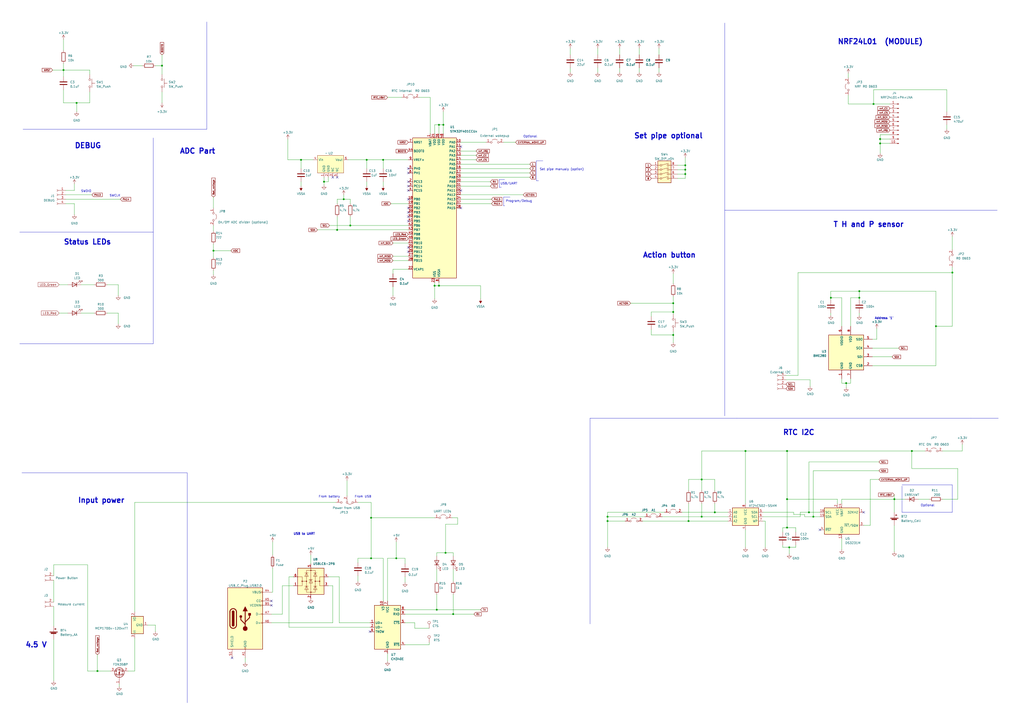
<source format=kicad_sch>
(kicad_sch (version 20230121) (generator eeschema)
  (paper "A2")
  (junction (at 203.2 130.81))
  (junction (at 187.96 105.41))
  (junction (at 195.58 133.35))
  (junction (at 199.39 115.57))
  (junction (at 397.51 100.965))
  (junction (at 414.655 297.18))
  (junction (at 254.635 72.39))
  (junction (at 397.51 95.885))
  (junction (at 456.565 306.07))
  (junction (at 469.265 297.18))
  (junction (at 518.795 289.56))
  (junction (at 174.625 92.71))
  (junction (at 212.725 92.71))
  (junction (at 390.525 180.975))
  (junction (at 93.98 38.1))
  (junction (at 528.955 261.62))
  (junction (at 222.25 92.71))
  (junction (at 456.565 261.62))
  (junction (at 252.095 165.735))
  (junction (at 229.87 323.85))
  (junction (at 123.825 145.415))
  (junction (at 399.415 302.26))
  (junction (at 490.855 222.25))
  (junction (at 457.835 317.5))
  (junction (at 262.89 356.235))
  (junction (at 481.965 172.72))
  (junction (at 352.425 299.72))
  (junction (at 36.83 40.64))
  (junction (at 510.54 80.645))
  (junction (at 456.565 289.56))
  (junction (at 432.435 261.62))
  (junction (at 215.265 323.85))
  (junction (at 510.54 83.185))
  (junction (at 471.805 299.72))
  (junction (at 542.925 189.23))
  (junction (at 397.51 98.425))
  (junction (at 407.035 278.13))
  (junction (at 44.45 59.69))
  (junction (at 257.175 72.39))
  (junction (at 352.425 302.26))
  (junction (at 552.45 158.115))
  (junction (at 407.035 299.72))
  (junction (at 56.515 389.255))
  (junction (at 498.475 168.91))
  (junction (at 498.475 172.72))
  (junction (at 258.445 320.675))
  (junction (at 390.525 194.31))
  (junction (at 390.525 175.895))
  (junction (at 254.635 165.735))
  (junction (at 253.365 353.695))
  (junction (at 215.265 300.355))
  (junction (at 506.73 60.325))
  (no_connect (at 236.855 128.27))
  (no_connect (at 267.335 110.49))
  (no_connect (at 267.335 120.65))
  (no_connect (at 195.58 102.87))
  (no_connect (at 134.62 381.635))
  (no_connect (at 236.855 125.73))
  (no_connect (at 236.855 97.79))
  (no_connect (at 501.015 297.18))
  (no_connect (at 214.63 366.395))
  (no_connect (at 236.855 120.65))
  (no_connect (at 236.855 123.19))
  (no_connect (at 267.335 85.09))
  (no_connect (at 236.855 100.33))
  (no_connect (at 236.855 107.95))
  (no_connect (at 157.48 348.615))
  (no_connect (at 236.855 146.05))
  (no_connect (at 475.615 307.34))
  (no_connect (at 236.855 143.51))
  (no_connect (at 236.855 105.41))
  (no_connect (at 236.855 115.57))
  (no_connect (at 236.855 110.49))
  (no_connect (at 193.04 102.87))
  (no_connect (at 157.48 351.155))
  (wire (pts (xy 464.185 297.18) (xy 469.265 297.18)))
  (wire (pts (xy 195.58 118.11) (xy 195.58 115.57)))
  (wire (pts (xy 461.645 306.07) (xy 461.645 308.61)))
  (polyline (pts (xy 420.37 121.92) (xy 578.485 121.92)))
  (wire (pts (xy 370.84 27.94) (xy 370.84 31.75)))
  (wire (pts (xy 123.825 114.3) (xy 123.825 120.65)))
  (wire (pts (xy 528.955 261.62) (xy 536.575 261.62)))
  (wire (pts (xy 555.625 289.56) (xy 555.625 271.78)))
  (wire (pts (xy 43.18 110.49) (xy 38.1 110.49)))
  (wire (pts (xy 158.115 329.565) (xy 158.115 343.535)))
  (polyline (pts (xy 292.735 104.14) (xy 289.56 104.14)))
  (wire (pts (xy 195.58 133.35) (xy 236.855 133.35)))
  (wire (pts (xy 252.095 165.735) (xy 254.635 165.735)))
  (wire (pts (xy 224.79 383.54) (xy 224.79 379.095)))
  (wire (pts (xy 471.805 299.72) (xy 475.615 299.72)))
  (wire (pts (xy 365.76 175.895) (xy 390.525 175.895)))
  (wire (pts (xy 454.025 306.07) (xy 456.565 306.07)))
  (wire (pts (xy 93.98 53.34) (xy 93.98 59.69)))
  (wire (pts (xy 285.115 118.11) (xy 267.335 118.11)))
  (wire (pts (xy 52.07 53.34) (xy 52.07 59.69)))
  (wire (pts (xy 52.07 59.69) (xy 44.45 59.69)))
  (wire (pts (xy 44.45 59.69) (xy 36.83 59.69)))
  (polyline (pts (xy 88.9 134.62) (xy 88.9 80.01)))
  (wire (pts (xy 390.525 158.75) (xy 390.525 164.465)))
  (wire (pts (xy 262.255 300.355) (xy 265.43 300.355)))
  (wire (pts (xy 276.225 87.63) (xy 267.335 87.63)))
  (wire (pts (xy 54.61 181.61) (xy 46.99 181.61)))
  (wire (pts (xy 552.45 158.115) (xy 552.45 189.23)))
  (polyline (pts (xy 523.24 281.94) (xy 523.24 297.18)))
  (wire (pts (xy 414.655 297.18) (xy 422.275 297.18)))
  (wire (pts (xy 504.825 278.13) (xy 509.905 278.13)))
  (wire (pts (xy 262.89 356.235) (xy 274.955 356.235)))
  (wire (pts (xy 93.98 38.1) (xy 93.98 43.18)))
  (wire (pts (xy 506.095 201.93) (xy 521.335 201.93)))
  (wire (pts (xy 240.665 364.49) (xy 248.92 364.49)))
  (wire (pts (xy 262.89 344.805) (xy 262.89 356.235)))
  (polyline (pts (xy 292.1 119.38) (xy 292.735 119.38)))
  (wire (pts (xy 549.275 74.93) (xy 549.275 72.39)))
  (wire (pts (xy 215.265 291.465) (xy 207.645 291.465)))
  (wire (pts (xy 227.965 151.13) (xy 236.855 151.13)))
  (wire (pts (xy 432.435 261.62) (xy 432.435 292.1)))
  (polyline (pts (xy 427.355 242.57) (xy 563.245 242.57)))
  (wire (pts (xy 195.58 115.57) (xy 199.39 115.57)))
  (wire (pts (xy 352.425 299.72) (xy 374.015 299.72)))
  (wire (pts (xy 552.45 154.94) (xy 552.45 158.115)))
  (wire (pts (xy 506.095 196.85) (xy 508.635 196.85)))
  (wire (pts (xy 36.83 59.69) (xy 36.83 52.07)))
  (polyline (pts (xy 11.43 199.39) (xy 88.9 199.39)))
  (wire (pts (xy 167.64 363.855) (xy 214.63 363.855)))
  (wire (pts (xy 123.825 145.415) (xy 123.825 141.605)))
  (wire (pts (xy 56.515 389.255) (xy 64.135 389.255)))
  (wire (pts (xy 163.83 356.235) (xy 163.83 339.725)))
  (wire (pts (xy 488.315 172.72) (xy 488.315 189.23)))
  (wire (pts (xy 307.34 100.33) (xy 267.335 100.33)))
  (polyline (pts (xy 292.1 114.3) (xy 292.1 119.38)))
  (wire (pts (xy 346.71 41.91) (xy 346.71 39.37)))
  (wire (pts (xy 510.54 80.645) (xy 510.54 83.185)))
  (wire (pts (xy 393.065 103.505) (xy 397.51 103.505)))
  (wire (pts (xy 498.475 168.91) (xy 498.475 172.72)))
  (wire (pts (xy 167.005 80.645) (xy 167.005 92.71)))
  (wire (pts (xy 397.51 95.885) (xy 397.51 91.44)))
  (wire (pts (xy 471.805 273.05) (xy 509.905 273.05)))
  (wire (pts (xy 442.595 299.72) (xy 464.185 299.72)))
  (wire (pts (xy 222.25 97.79) (xy 222.25 92.71)))
  (wire (pts (xy 68.58 181.61) (xy 68.58 187.96)))
  (wire (pts (xy 224.79 348.615) (xy 224.79 323.85)))
  (wire (pts (xy 253.365 322.58) (xy 253.365 320.675)))
  (wire (pts (xy 510.54 83.185) (xy 516.255 83.185)))
  (wire (pts (xy 390.525 180.975) (xy 390.525 182.245)))
  (wire (pts (xy 38.1 113.03) (xy 53.34 113.03)))
  (wire (pts (xy 397.51 98.425) (xy 397.51 100.965)))
  (wire (pts (xy 307.34 95.25) (xy 267.335 95.25)))
  (wire (pts (xy 227.965 156.21) (xy 227.965 158.75)))
  (wire (pts (xy 31.115 327.66) (xy 50.8 327.66)))
  (polyline (pts (xy 552.45 297.18) (xy 552.45 281.305)))
  (polyline (pts (xy 108.585 407.67) (xy 108.585 274.32)))
  (wire (pts (xy 518.795 289.56) (xy 518.795 297.18)))
  (wire (pts (xy 227.965 171.45) (xy 227.965 166.37)))
  (wire (pts (xy 407.035 278.13) (xy 407.035 284.48)))
  (wire (pts (xy 227.965 140.97) (xy 236.855 140.97)))
  (wire (pts (xy 330.835 41.91) (xy 330.835 39.37)))
  (wire (pts (xy 191.135 130.81) (xy 203.2 130.81)))
  (wire (pts (xy 542.925 168.91) (xy 542.925 189.23)))
  (polyline (pts (xy 12.7 274.32) (xy 108.585 274.32)))
  (wire (pts (xy 224.79 323.85) (xy 229.87 323.85)))
  (wire (pts (xy 254.635 72.39) (xy 257.175 72.39)))
  (wire (pts (xy 469.265 297.18) (xy 475.615 297.18)))
  (wire (pts (xy 262.89 320.675) (xy 262.89 322.58)))
  (wire (pts (xy 498.475 173.99) (xy 498.475 172.72)))
  (wire (pts (xy 292.1 82.55) (xy 299.085 82.55)))
  (wire (pts (xy 187.96 102.87) (xy 187.96 105.41)))
  (wire (pts (xy 252.095 163.83) (xy 252.095 165.735)))
  (wire (pts (xy 399.415 302.26) (xy 422.275 302.26)))
  (wire (pts (xy 50.8 389.255) (xy 56.515 389.255)))
  (wire (pts (xy 234.95 374.015) (xy 248.92 374.015)))
  (wire (pts (xy 36.83 40.64) (xy 36.83 44.45)))
  (wire (pts (xy 508.635 196.85) (xy 508.635 190.5)))
  (wire (pts (xy 488.315 222.25) (xy 490.855 222.25)))
  (wire (pts (xy 469.265 297.18) (xy 469.265 267.97)))
  (wire (pts (xy 454.025 317.5) (xy 454.025 316.23)))
  (polyline (pts (xy 13.335 74.93) (xy 120.015 74.93)))
  (wire (pts (xy 78.105 291.465) (xy 194.945 291.465)))
  (wire (pts (xy 215.265 291.465) (xy 215.265 300.355)))
  (wire (pts (xy 528.955 271.78) (xy 528.955 261.62)))
  (wire (pts (xy 397.51 100.965) (xy 393.065 100.965)))
  (wire (pts (xy 196.85 361.315) (xy 214.63 361.315)))
  (wire (pts (xy 460.375 297.18) (xy 460.375 298.45)))
  (wire (pts (xy 466.725 298.45) (xy 466.725 299.72)))
  (wire (pts (xy 240.665 361.315) (xy 240.665 364.49)))
  (wire (pts (xy 187.96 105.41) (xy 187.96 107.315)))
  (wire (pts (xy 227.965 148.59) (xy 236.855 148.59)))
  (wire (pts (xy 359.41 27.94) (xy 359.41 31.75)))
  (wire (pts (xy 407.035 278.13) (xy 414.655 278.13)))
  (wire (pts (xy 466.725 299.72) (xy 471.805 299.72)))
  (wire (pts (xy 549.275 52.07) (xy 506.73 52.07)))
  (wire (pts (xy 90.17 38.1) (xy 93.98 38.1)))
  (wire (pts (xy 471.805 299.72) (xy 471.805 273.05)))
  (wire (pts (xy 510.54 78.105) (xy 510.54 80.645)))
  (wire (pts (xy 78.105 291.465) (xy 78.105 354.965)))
  (wire (pts (xy 174.625 92.71) (xy 181.61 92.71)))
  (wire (pts (xy 252.095 77.47) (xy 252.095 72.39)))
  (polyline (pts (xy 311.15 93.345) (xy 311.15 104.775)))
  (wire (pts (xy 54.61 165.1) (xy 46.99 165.1)))
  (wire (pts (xy 492.125 60.325) (xy 492.125 55.245)))
  (wire (pts (xy 36.83 22.86) (xy 36.83 29.21)))
  (wire (pts (xy 31.115 327.66) (xy 31.115 334.01)))
  (wire (pts (xy 142.24 381.635) (xy 142.24 384.175)))
  (wire (pts (xy 234.95 327.025) (xy 234.95 323.85)))
  (wire (pts (xy 555.625 271.78) (xy 528.955 271.78)))
  (polyline (pts (xy 420.37 13.335) (xy 420.37 241.3)))
  (wire (pts (xy 276.225 92.71) (xy 267.335 92.71)))
  (wire (pts (xy 262.89 330.2) (xy 262.89 337.185)))
  (polyline (pts (xy 314.96 93.345) (xy 311.15 93.345)))
  (wire (pts (xy 493.395 222.25) (xy 493.395 219.71)))
  (wire (pts (xy 393.065 98.425) (xy 397.51 98.425)))
  (wire (pts (xy 38.1 115.57) (xy 69.85 115.57)))
  (wire (pts (xy 34.29 165.1) (xy 39.37 165.1)))
  (wire (pts (xy 234.95 356.235) (xy 262.89 356.235)))
  (wire (pts (xy 407.035 299.72) (xy 422.275 299.72)))
  (polyline (pts (xy 289.56 108.585) (xy 290.83 108.585)))
  (wire (pts (xy 384.175 299.72) (xy 407.035 299.72)))
  (wire (pts (xy 69.215 396.875) (xy 69.215 398.145)))
  (wire (pts (xy 546.735 261.62) (xy 558.165 261.62)))
  (wire (pts (xy 456.565 261.62) (xy 456.565 289.56)))
  (wire (pts (xy 74.295 389.255) (xy 78.105 389.255)))
  (wire (pts (xy 442.595 297.18) (xy 460.375 297.18)))
  (wire (pts (xy 190.5 102.87) (xy 190.5 105.41)))
  (wire (pts (xy 488.315 318.77) (xy 488.315 312.42)))
  (wire (pts (xy 481.965 172.72) (xy 488.315 172.72)))
  (wire (pts (xy 203.2 130.81) (xy 236.855 130.81)))
  (wire (pts (xy 226.695 118.11) (xy 236.855 118.11)))
  (wire (pts (xy 36.83 40.64) (xy 30.48 40.64)))
  (wire (pts (xy 158.115 321.945) (xy 158.115 314.325)))
  (wire (pts (xy 485.775 289.56) (xy 456.565 289.56)))
  (polyline (pts (xy 427.355 242.57) (xy 342.265 242.57)))
  (wire (pts (xy 36.83 36.83) (xy 36.83 40.64)))
  (wire (pts (xy 123.825 159.385) (xy 123.825 156.845)))
  (wire (pts (xy 38.1 118.11) (xy 43.18 118.11)))
  (wire (pts (xy 234.95 353.695) (xy 253.365 353.695)))
  (wire (pts (xy 352.425 302.26) (xy 352.425 317.5)))
  (wire (pts (xy 307.34 97.79) (xy 267.335 97.79)))
  (wire (pts (xy 382.27 27.94) (xy 382.27 31.75)))
  (wire (pts (xy 493.395 189.23) (xy 493.395 172.72)))
  (wire (pts (xy 393.065 95.885) (xy 397.51 95.885)))
  (wire (pts (xy 510.54 80.645) (xy 516.255 80.645)))
  (wire (pts (xy 43.18 106.68) (xy 43.18 110.49)))
  (wire (pts (xy 443.865 302.26) (xy 443.865 317.5)))
  (wire (pts (xy 174.625 107.95) (xy 174.625 105.41)))
  (wire (pts (xy 196.85 334.645) (xy 196.85 361.315)))
  (wire (pts (xy 370.84 41.91) (xy 370.84 39.37)))
  (wire (pts (xy 93.98 31.75) (xy 93.98 38.1)))
  (wire (pts (xy 157.48 361.315) (xy 193.04 361.315)))
  (wire (pts (xy 516.255 60.325) (xy 506.73 60.325)))
  (wire (pts (xy 307.34 102.87) (xy 267.335 102.87)))
  (wire (pts (xy 253.365 353.695) (xy 278.765 353.695)))
  (wire (pts (xy 77.47 38.1) (xy 82.55 38.1)))
  (wire (pts (xy 253.365 330.2) (xy 253.365 337.185)))
  (wire (pts (xy 285.115 115.57) (xy 267.335 115.57)))
  (wire (pts (xy 518.795 304.8) (xy 518.795 320.04)))
  (wire (pts (xy 456.565 306.07) (xy 461.645 306.07)))
  (wire (pts (xy 229.87 314.325) (xy 229.87 323.85)))
  (wire (pts (xy 265.43 300.355) (xy 265.43 304.165)))
  (wire (pts (xy 199.39 115.57) (xy 203.2 115.57)))
  (wire (pts (xy 52.07 40.64) (xy 52.07 43.18)))
  (wire (pts (xy 462.915 158.115) (xy 552.45 158.115)))
  (wire (pts (xy 44.45 59.69) (xy 44.45 64.77)))
  (wire (pts (xy 414.655 292.1) (xy 414.655 297.18)))
  (wire (pts (xy 234.95 334.645) (xy 234.95 337.82)))
  (wire (pts (xy 493.395 172.72) (xy 498.475 172.72)))
  (polyline (pts (xy 311.15 104.775) (xy 312.42 104.775)))
  (wire (pts (xy 68.58 165.1) (xy 68.58 171.45)))
  (wire (pts (xy 229.87 323.85) (xy 234.95 323.85)))
  (wire (pts (xy 253.365 344.805) (xy 253.365 353.695)))
  (wire (pts (xy 346.71 27.94) (xy 346.71 31.75)))
  (wire (pts (xy 267.335 82.55) (xy 281.94 82.55)))
  (wire (pts (xy 390.525 175.895) (xy 390.525 180.975)))
  (wire (pts (xy 276.225 90.17) (xy 267.335 90.17)))
  (wire (pts (xy 62.23 165.1) (xy 68.58 165.1)))
  (wire (pts (xy 485.775 289.56) (xy 485.775 292.1)))
  (wire (pts (xy 390.525 194.31) (xy 390.525 198.755)))
  (wire (pts (xy 207.645 334.01) (xy 207.645 337.185)))
  (wire (pts (xy 549.275 52.07) (xy 549.275 64.77)))
  (wire (pts (xy 506.73 60.325) (xy 492.125 60.325)))
  (wire (pts (xy 284.48 107.95) (xy 267.335 107.95)))
  (wire (pts (xy 252.095 165.735) (xy 252.095 173.355)))
  (wire (pts (xy 461.645 316.23) (xy 461.645 317.5)))
  (wire (pts (xy 163.83 339.725) (xy 170.18 339.725)))
  (wire (pts (xy 397.51 95.885) (xy 397.51 98.425)))
  (wire (pts (xy 352.425 297.18) (xy 352.425 299.72)))
  (polyline (pts (xy 11.43 134.62) (xy 88.9 134.62)))
  (wire (pts (xy 85.725 362.585) (xy 90.17 362.585)))
  (wire (pts (xy 377.825 194.31) (xy 390.525 194.31)))
  (wire (pts (xy 454.025 308.61) (xy 454.025 306.07)))
  (polyline (pts (xy 563.245 242.57) (xy 579.12 242.57)))
  (wire (pts (xy 542.925 189.23) (xy 552.45 189.23)))
  (wire (pts (xy 215.265 300.355) (xy 252.095 300.355)))
  (wire (pts (xy 224.79 56.515) (xy 233.045 56.515)))
  (wire (pts (xy 222.25 323.85) (xy 222.25 348.615)))
  (wire (pts (xy 90.17 362.585) (xy 90.17 366.395)))
  (wire (pts (xy 212.725 107.95) (xy 212.725 105.41)))
  (wire (pts (xy 215.265 300.355) (xy 215.265 323.85)))
  (wire (pts (xy 34.29 181.61) (xy 39.37 181.61)))
  (wire (pts (xy 254.635 77.47) (xy 254.635 72.39)))
  (wire (pts (xy 506.73 52.07) (xy 506.73 60.325)))
  (wire (pts (xy 504.825 304.8) (xy 504.825 278.13)))
  (wire (pts (xy 395.605 297.18) (xy 414.655 297.18)))
  (wire (pts (xy 377.825 191.135) (xy 377.825 194.31)))
  (wire (pts (xy 407.035 292.1) (xy 407.035 299.72)))
  (wire (pts (xy 518.795 287.02) (xy 518.795 289.56)))
  (wire (pts (xy 456.565 261.62) (xy 528.955 261.62)))
  (wire (pts (xy 542.925 189.23) (xy 542.925 212.09)))
  (wire (pts (xy 167.005 92.71) (xy 174.625 92.71)))
  (wire (pts (xy 212.725 92.71) (xy 222.25 92.71)))
  (wire (pts (xy 123.825 149.225) (xy 123.825 145.415)))
  (wire (pts (xy 414.655 278.13) (xy 414.655 284.48)))
  (wire (pts (xy 506.095 212.09) (xy 542.925 212.09)))
  (wire (pts (xy 492.125 42.545) (xy 492.125 45.085)))
  (wire (pts (xy 518.795 289.56) (xy 525.145 289.56)))
  (wire (pts (xy 464.185 299.72) (xy 464.185 297.18)))
  (wire (pts (xy 390.525 192.405) (xy 390.525 194.31)))
  (wire (pts (xy 254.635 163.83) (xy 254.635 165.735)))
  (wire (pts (xy 222.25 92.71) (xy 236.855 92.71)))
  (wire (pts (xy 201.295 278.765) (xy 201.295 287.655)))
  (wire (pts (xy 249.555 56.515) (xy 249.555 77.47)))
  (wire (pts (xy 212.725 97.79) (xy 212.725 92.71)))
  (wire (pts (xy 372.745 302.26) (xy 399.415 302.26)))
  (wire (pts (xy 193.04 361.315) (xy 193.04 339.725)))
  (wire (pts (xy 174.625 97.79) (xy 174.625 92.71)))
  (wire (pts (xy 190.5 334.645) (xy 196.85 334.645)))
  (wire (pts (xy 481.965 172.72) (xy 481.965 173.99)))
  (wire (pts (xy 532.765 289.56) (xy 539.115 289.56)))
  (wire (pts (xy 167.64 334.645) (xy 167.64 363.855)))
  (wire (pts (xy 377.825 180.975) (xy 390.525 180.975)))
  (wire (pts (xy 461.645 317.5) (xy 457.835 317.5)))
  (wire (pts (xy 278.765 165.735) (xy 278.765 173.355)))
  (wire (pts (xy 31.115 370.84) (xy 31.115 394.97)))
  (wire (pts (xy 385.445 297.18) (xy 352.425 297.18)))
  (wire (pts (xy 510.54 83.185) (xy 510.54 88.9)))
  (wire (pts (xy 31.115 336.55) (xy 31.115 349.25)))
  (polyline (pts (xy 120.015 12.7) (xy 120.015 74.93)))
  (wire (pts (xy 498.475 168.91) (xy 542.925 168.91)))
  (wire (pts (xy 352.425 299.72) (xy 352.425 302.26)))
  (wire (pts (xy 207.645 326.39) (xy 207.645 323.85)))
  (wire (pts (xy 457.835 317.5) (xy 454.025 317.5)))
  (wire (pts (xy 442.595 302.26) (xy 443.865 302.26)))
  (wire (pts (xy 50.8 327.66) (xy 50.8 389.255)))
  (wire (pts (xy 488.315 289.56) (xy 488.315 292.1)))
  (wire (pts (xy 62.23 181.61) (xy 68.58 181.61)))
  (wire (pts (xy 498.475 181.61) (xy 498.475 182.88)))
  (wire (pts (xy 455.93 217.805) (xy 462.915 217.805)))
  (wire (pts (xy 462.915 158.115) (xy 462.915 217.805)))
  (wire (pts (xy 488.315 289.56) (xy 518.795 289.56)))
  (wire (pts (xy 207.645 323.85) (xy 215.265 323.85)))
  (wire (pts (xy 407.035 261.62) (xy 432.435 261.62)))
  (polyline (pts (xy 289.56 104.14) (xy 289.56 108.585)))
  (wire (pts (xy 330.835 27.94) (xy 330.835 31.75)))
  (wire (pts (xy 284.48 105.41) (xy 267.335 105.41)))
  (wire (pts (xy 199.39 113.03) (xy 199.39 115.57)))
  (wire (pts (xy 303.53 113.03) (xy 267.335 113.03)))
  (wire (pts (xy 432.435 317.5) (xy 432.435 307.34)))
  (wire (pts (xy 195.58 125.73) (xy 195.58 133.35)))
  (wire (pts (xy 399.415 292.1) (xy 399.415 302.26)))
  (wire (pts (xy 201.93 92.71) (xy 212.725 92.71)))
  (wire (pts (xy 253.365 320.675) (xy 258.445 320.675)))
  (wire (pts (xy 469.9 220.345) (xy 469.9 224.155)))
  (polyline (pts (xy 88.9 134.62) (xy 88.9 199.39)))
  (wire (pts (xy 457.835 321.31) (xy 457.835 317.5)))
  (wire (pts (xy 399.415 284.48) (xy 399.415 278.13)))
  (wire (pts (xy 432.435 261.62) (xy 456.565 261.62)))
  (wire (pts (xy 36.83 40.64) (xy 52.07 40.64)))
  (wire (pts (xy 222.25 107.95) (xy 222.25 105.41)))
  (wire (pts (xy 193.04 339.725) (xy 190.5 339.725)))
  (polyline (pts (xy 523.24 297.18) (xy 552.45 297.18)))
  (wire (pts (xy 359.41 41.91) (xy 359.41 39.37)))
  (wire (pts (xy 43.18 118.11) (xy 43.18 124.46)))
  (wire (pts (xy 558.165 261.62) (xy 558.165 257.81)))
  (wire (pts (xy 506.095 207.01) (xy 517.525 207.01)))
  (wire (pts (xy 190.5 105.41) (xy 187.96 105.41)))
  (wire (pts (xy 481.965 168.91) (xy 481.965 172.72)))
  (wire (pts (xy 157.48 356.235) (xy 163.83 356.235)))
  (wire (pts (xy 481.965 168.91) (xy 498.475 168.91)))
  (wire (pts (xy 184.15 133.35) (xy 195.58 133.35)))
  (wire (pts (xy 215.265 323.85) (xy 222.25 323.85)))
  (wire (pts (xy 133.985 145.415) (xy 123.825 145.415)))
  (wire (pts (xy 31.115 351.79) (xy 31.115 363.22)))
  (wire (pts (xy 203.2 125.73) (xy 203.2 130.81)))
  (wire (pts (xy 252.095 72.39) (xy 254.635 72.39)))
  (wire (pts (xy 352.425 302.26) (xy 362.585 302.26)))
  (wire (pts (xy 377.825 183.515) (xy 377.825 180.975)))
  (wire (pts (xy 123.825 130.81) (xy 123.825 133.985)))
  (wire (pts (xy 258.445 304.165) (xy 258.445 320.675)))
  (wire (pts (xy 78.105 370.205) (xy 78.105 389.255)))
  (polyline (pts (xy 523.24 281.305) (xy 552.45 281.305)))
  (polyline (pts (xy 342.265 242.57) (xy 342.265 361.95)))
  (wire (pts (xy 469.265 267.97) (xy 509.905 267.97)))
  (wire (pts (xy 382.27 41.91) (xy 382.27 39.37)))
  (wire (pts (xy 552.45 137.16) (xy 552.45 144.78)))
  (wire (pts (xy 397.51 103.505) (xy 397.51 100.965)))
  (wire (pts (xy 455.93 220.345) (xy 469.9 220.345)))
  (wire (pts (xy 490.855 222.25) (xy 490.855 224.79)))
  (wire (pts (xy 248.92 372.745) (xy 248.92 374.015)))
  (wire (pts (xy 170.18 334.645) (xy 167.64 334.645)))
  (wire (pts (xy 258.445 320.675) (xy 262.89 320.675)))
  (wire (pts (xy 456.565 289.56) (xy 456.565 306.07)))
  (wire (pts (xy 481.965 181.61) (xy 481.965 182.88)))
  (wire (pts (xy 203.2 115.57) (xy 203.2 118.11)))
  (wire (pts (xy 490.855 222.25) (xy 493.395 222.25)))
  (wire (pts (xy 399.415 278.13) (xy 407.035 278.13)))
  (wire (pts (xy 390.525 172.085) (xy 390.525 175.895)))
  (wire (pts (xy 243.205 56.515) (xy 249.555 56.515)))
  (wire (pts (xy 254.635 165.735) (xy 278.765 165.735)))
  (wire (pts (xy 258.445 304.165) (xy 265.43 304.165)))
  (wire (pts (xy 257.175 72.39) (xy 257.175 77.47)))
  (wire (pts (xy 501.015 304.8) (xy 504.825 304.8)))
  (wire (pts (xy 236.855 156.21) (xy 227.965 156.21)))
  (wire (pts (xy 234.95 361.315) (xy 240.665 361.315)))
  (wire (pts (xy 488.315 219.71) (xy 488.315 222.25)))
  (polyline (pts (xy 292.1 114.3) (xy 295.91 114.3)))
  (wire (pts (xy 546.735 289.56) (xy 555.625 289.56)))
  (wire (pts (xy 257.175 64.77) (xy 257.175 72.39)))
  (wire (pts (xy 516.255 78.105) (xy 510.54 78.105)))
  (wire (pts (xy 180.34 321.945) (xy 180.34 327.025)))
  (wire (pts (xy 158.115 343.535) (xy 157.48 343.535)))
  (wire (pts (xy 56.515 389.255) (xy 56.515 379.73)))
  (wire (pts (xy 407.035 261.62) (xy 407.035 278.13)))
  (wire (pts (xy 466.725 298.45) (xy 460.375 298.45)))
  (text "ПЕРЕВІРИТИ ПОЛЯРНІСТЬ ПІНІВ БАТЕРЕЙКИ" (at -191.77 176.53 0) (effects (font (size 3 3) bold) (justify left bottom)))
  (text "Set pipe manualy (option)" (at 313.055 99.06 0) (effects (font (size 1.27 1.27)) (justify left bottom)))
  (text "SWDIO" (at 46.99 111.76 0) (effects (font (size 1.27 1.27)) (justify left bottom)))
  (text "NRF24L01  (MODULE)" (at 485.775 26.035 0) (effects (font (size 3 3) bold) (justify left bottom)))
  (text "4.5 V" (at 14.605 375.92 0) (effects (font (size 3 3) bold) (justify left bottom)))
  (text "T H and P sensor" (at 483.235 132.08 0) (effects (font (size 3 3) bold) (justify left bottom)))
  (text "ADC Part" (at 104.14 89.535 0) (effects (font (size 3 3) bold) (justify left bottom)))
  (text "Status LEDs" (at 36.83 142.24 0) (effects (font (size 3 3) bold) (justify left bottom)))
  (text "Address '1'" (at 507.365 185.42 0) (effects (font (size 1.27 1.27) bold) (justify left bottom)))
  (text "ADC Має бути нормально виключеним ключлм" (at -191.77 166.37 0) (effects (font (size 3 3) bold) (justify left bottom)))
  (text "Додати вимикач на всі модулі для економії (опціонально)" (at -192.405 157.48 0) (effects (font (size 3 3) bold) (justify left bottom)))
  (text "USB to UART" (at 170.18 310.515 0) (effects (font (size 1.27 1.27) (thickness 0.254) bold) (justify left bottom)))
  (text "https://arduino.ua/ru/prod3649-nrf24l01palna-wireless-transceiver-communication-module" (at 228.6 -3.81 0) (effects (font (size 1.778 1.778) bold) (justify left bottom)))
  (text "From USB" (at 205.74 288.925 0) (effects (font (size 1.27 1.27)) (justify left bottom)))
  (text "From battery" (at 184.785 288.925 0) (effects (font (size 1.27 1.27)) (justify left bottom)))
  (text "Провірити всі піни" (at -187.96 189.23 0) (effects (font (size 3 3) bold) (justify left bottom)))
  (text "USB/UART" (at 290.195 107.315 0) (effects (font (size 1.27 1.27)) (justify left bottom)))
  (text "Input power" (at 45.085 292.1 0) (effects (font (size 3 3) bold) (justify left bottom)))
  (text "RTC I2C" (at 454.025 252.73 0) (effects (font (size 3 3) bold) (justify left bottom)))
  (text "DEBUG" (at 43.18 86.36 0) (effects (font (size 3 3) bold) (justify left bottom)))
  (text "Program/Debug" (at 293.37 117.475 0) (effects (font (size 1.27 1.27)) (justify left bottom)))
  (text "Set pipe optional" (at 367.665 80.645 0) (effects (font (size 3 3) bold) (justify left bottom)))
  (text "SWCLK" (at 63.5 114.3 0) (effects (font (size 1.27 1.27)) (justify left bottom)))
  (text "Optional" (at 303.53 80.01 0) (effects (font (size 1.27 1.27)) (justify left bottom)))
  (text "Action button" (at 372.745 149.86 0) (effects (font (size 3 3) bold) (justify left bottom)))
  (text "Optional" (at 534.035 294.005 0) (effects (font (size 1.27 1.27)) (justify left bottom)))
  (global_label "NRST" (shape input) (at 236.855 82.55 180) (effects (font (size 1.016 1.016) (thickness 0.2032) bold)) (property "Intersheetrefs" "${INTERSHEET_REFS}" (effects hide)))
  (global_label "nrf_MISO" (shape input) (at 516.255 73.025 180) (effects (font (size 1.016 1.016) (thickness 0.2032) bold)) (property "Intersheetrefs" "${INTERSHEET_REFS}" (effects hide)))
  (global_label "4" (shape input) (at 377.825 100.965 180) (effects (font (size 1.016 1.016) (thickness 0.2032) bold)) (property "Intersheetrefs" "${INTERSHEET_REFS}" (effects hide)))
  (global_label "nrf_MOSI" (shape input) (at 227.965 151.13 180) (effects (font (size 1.016 1.016) (thickness 0.2032) bold)) (property "Intersheetrefs" "${INTERSHEET_REFS}" (effects hide)))
  (global_label "LED_Red" (shape input) (at 236.855 135.89 180) (effects (font (size 1.016 1.016) (thickness 0.2032) bold)) (property "Intersheetrefs" "${INTERSHEET_REFS}" (effects hide)))
  (global_label "RTC_VBAT" (shape input) (at 224.79 56.515 180) (effects (font (size 1 1) (thickness 0.2) bold)) (property "Intersheetrefs" "${INTERSHEET_REFS}" (effects hide)))
  (global_label "2" (shape input) (at 377.825 98.425 180) (effects (font (size 1.016 1.016) (thickness 0.2032) bold)) (property "Intersheetrefs" "${INTERSHEET_REFS}" (effects hide)))
  (global_label "nrf_MOSI" (shape input) (at 516.255 70.485 180) (effects (font (size 1.016 1.016) (thickness 0.2032) bold)) (property "Intersheetrefs" "${INTERSHEET_REFS}" (effects hide)))
  (global_label "8" (shape input) (at 307.34 102.87 0) (effects (font (size 1.016 1.016) (thickness 0.2032) bold)) (property "Intersheetrefs" "${INTERSHEET_REFS}" (effects hide)))
  (global_label "EXTERNAL_WOKE_UP" (shape input) (at 299.085 82.55 0) (effects (font (size 1.016 1.016) (thickness 0.2032) bold)) (property "Intersheetrefs" "${INTERSHEET_REFS}" (effects hide)))
  (global_label "PA13" (shape input) (at 285.115 115.57 0) (effects (font (size 1.016 1.016) (thickness 0.2032) bold)) (property "Intersheetrefs" "${INTERSHEET_REFS}" (effects hide)))
  (global_label "ACTION" (shape input) (at 365.76 175.895 180) (effects (font (size 1.016 1.016) (thickness 0.2032) bold)) (property "Intersheetrefs" "${INTERSHEET_REFS}" (effects hide)))
  (global_label "BOOT0" (shape input) (at 93.98 31.75 90) (effects (font (size 1.016 1.016) (thickness 0.2032) bold)) (property "Intersheetrefs" "${INTERSHEET_REFS}" (effects hide)))
  (global_label "PA13" (shape input) (at 53.34 113.03 0) (effects (font (size 1.016 1.016) (thickness 0.2032) bold)) (property "Intersheetrefs" "${INTERSHEET_REFS}" (effects hide)))
  (global_label "LED_Green" (shape input) (at 236.855 138.43 180) (effects (font (size 1.016 1.016) (thickness 0.2032) bold)) (property "Intersheetrefs" "${INTERSHEET_REFS}" (effects hide)))
  (global_label "nrf_MISO" (shape input) (at 227.965 148.59 180) (effects (font (size 1.016 1.016) (thickness 0.2032) bold)) (property "Intersheetrefs" "${INTERSHEET_REFS}" (effects hide)))
  (global_label "PA14" (shape input) (at 69.85 115.57 0) (effects (font (size 1.016 1.016) (thickness 0.2032) bold)) (property "Intersheetrefs" "${INTERSHEET_REFS}" (effects hide)))
  (global_label "SDA" (shape input) (at 455.93 225.425 0) (effects (font (size 1 1) (thickness 0.2) bold)) (property "Intersheetrefs" "${INTERSHEET_REFS}" (effects hide)))
  (global_label "RX" (shape input) (at 284.48 105.41 0) (effects (font (size 1.016 1.016) (thickness 0.2032) bold)) (property "Intersheetrefs" "${INTERSHEET_REFS}" (effects hide)))
  (global_label "BOOT0" (shape input) (at 236.855 87.63 180) (effects (font (size 1.016 1.016) (thickness 0.2032) bold)) (property "Intersheetrefs" "${INTERSHEET_REFS}" (effects hide)))
  (global_label "PA14" (shape input) (at 285.115 118.11 0) (effects (font (size 1.016 1.016) (thickness 0.2032) bold)) (property "Intersheetrefs" "${INTERSHEET_REFS}" (effects hide)))
  (global_label "EXTERNAL_WOKE_UP" (shape input) (at 509.905 278.13 0) (effects (font (size 1.016 1.016) (thickness 0.2032) bold)) (property "Intersheetrefs" "${INTERSHEET_REFS}" (effects hide)))
  (global_label "ADC" (shape input) (at 133.985 145.415 0) (effects (font (size 1.016 1.016) (thickness 0.2032) bold)) (property "Intersheetrefs" "${INTERSHEET_REFS}" (effects hide)))
  (global_label "SCL" (shape input) (at 455.93 222.885 0) (effects (font (size 1 1) (thickness 0.2) bold)) (property "Intersheetrefs" "${INTERSHEET_REFS}" (effects hide)))
  (global_label "Bat_voltage" (shape input) (at 123.825 114.3 90) (effects (font (size 1.016 1.016) (thickness 0.2032) bold)) (property "Intersheetrefs" "${INTERSHEET_REFS}" (effects hide)))
  (global_label "nrf_SCK" (shape input) (at 516.255 67.945 180) (effects (font (size 1.016 1.016) (thickness 0.2032) bold)) (property "Intersheetrefs" "${INTERSHEET_REFS}" (effects hide)))
  (global_label "SCL" (shape input) (at 521.335 201.93 0) (effects (font (size 1 1) (thickness 0.2) bold)) (property "Intersheetrefs" "${INTERSHEET_REFS}" (effects hide)))
  (global_label "nrf_CS" (shape input) (at 276.225 92.71 0) (effects (font (size 1.016 1.016) (thickness 0.2032) bold)) (property "Intersheetrefs" "${INTERSHEET_REFS}" (effects hide)))
  (global_label "TX" (shape input) (at 278.765 353.695 0) (effects (font (size 1.016 1.016) (thickness 0.2032) bold)) (property "Intersheetrefs" "${INTERSHEET_REFS}" (effects hide)))
  (global_label "RX" (shape input) (at 274.955 356.235 0) (effects (font (size 1.016 1.016) (thickness 0.2032) bold)) (property "Intersheetrefs" "${INTERSHEET_REFS}" (effects hide)))
  (global_label "NRST" (shape input) (at 30.48 40.64 180) (effects (font (size 1.016 1.016) (thickness 0.2032) bold)) (property "Intersheetrefs" "${INTERSHEET_REFS}" (effects hide)))
  (global_label "Bat_voltage" (shape input) (at 56.515 379.73 90) (effects (font (size 1.016 1.016) (thickness 0.2032) bold)) (property "Intersheetrefs" "${INTERSHEET_REFS}" (effects hide)))
  (global_label "SDA" (shape input) (at 517.525 207.01 0) (effects (font (size 1 1) (thickness 0.2) bold)) (property "Intersheetrefs" "${INTERSHEET_REFS}" (effects hide)))
  (global_label "1" (shape input) (at 377.825 95.885 180) (effects (font (size 1.016 1.016) (thickness 0.2032) bold)) (property "Intersheetrefs" "${INTERSHEET_REFS}" (effects hide)))
  (global_label "nrf_SCK" (shape input) (at 227.965 140.97 180) (effects (font (size 1.016 1.016) (thickness 0.2032) bold)) (property "Intersheetrefs" "${INTERSHEET_REFS}" (effects hide)))
  (global_label "RTC_VBAT" (shape input) (at 518.795 287.02 180) (effects (font (size 1 1) (thickness 0.2) bold)) (property "Intersheetrefs" "${INTERSHEET_REFS}" (effects hide)))
  (global_label "ADC" (shape input) (at 226.695 118.11 180) (effects (font (size 1.016 1.016) (thickness 0.2032) bold)) (property "Intersheetrefs" "${INTERSHEET_REFS}" (effects hide)))
  (global_label "nrf_IRQ" (shape input) (at 516.255 75.565 180) (effects (font (size 1.016 1.016) (thickness 0.2032) bold)) (property "Intersheetrefs" "${INTERSHEET_REFS}" (effects hide)))
  (global_label "SDA" (shape input) (at 509.905 273.05 0) (effects (font (size 1 1) (thickness 0.2) bold)) (property "Intersheetrefs" "${INTERSHEET_REFS}" (effects hide)))
  (global_label "nrf_CE" (shape input) (at 276.225 90.17 0) (effects (font (size 1.016 1.016) (thickness 0.2032) bold)) (property "Intersheetrefs" "${INTERSHEET_REFS}" (effects hide)))
  (global_label "LED_Green" (shape input) (at 34.29 165.1 180) (property "Intersheetrefs" "${INTERSHEET_REFS}" (effects hide)))
  (global_label "LED_Red" (shape input) (at 34.29 181.61 180) (property "Intersheetrefs" "${INTERSHEET_REFS}" (effects hide)))
  (global_label "8" (shape input) (at 377.825 103.505 180) (effects (font (size 1.016 1.016) (thickness 0.2032) bold)) (property "Intersheetrefs" "${INTERSHEET_REFS}" (effects hide)))
  (global_label "2" (shape input) (at 307.34 97.79 0) (effects (font (size 1.016 1.016) (thickness 0.2032) bold)) (property "Intersheetrefs" "${INTERSHEET_REFS}" (effects hide)))
  (global_label "nrf_IRQ" (shape input) (at 276.225 87.63 0) (effects (font (size 1.016 1.016) (thickness 0.2032) bold)) (property "Intersheetrefs" "${INTERSHEET_REFS}" (effects hide)))
  (global_label "ACTION" (shape input) (at 303.53 113.03 0) (effects (font (size 1.016 1.016) (thickness 0.2032) bold)) (property "Intersheetrefs" "${INTERSHEET_REFS}" (effects hide)))
  (global_label "nrf_CS" (shape input) (at 516.255 65.405 180) (effects (font (size 1.016 1.016) (thickness 0.2032) bold)) (property "Intersheetrefs" "${INTERSHEET_REFS}" (effects hide)))
  (global_label "TX" (shape input) (at 284.48 107.95 0) (effects (font (size 1.016 1.016) (thickness 0.2032) bold)) (property "Intersheetrefs" "${INTERSHEET_REFS}" (effects hide)))
  (global_label "SDA" (shape input) (at 184.15 133.35 180) (effects (font (size 1 1) (thickness 0.2) bold)) (property "Intersheetrefs" "${INTERSHEET_REFS}" (effects hide)))
  (global_label "SCL" (shape input) (at 509.905 267.97 0) (effects (font (size 1 1) (thickness 0.2) bold)) (property "Intersheetrefs" "${INTERSHEET_REFS}" (effects hide)))
  (global_label "SCL" (shape input) (at 191.135 130.81 180) (effects (font (size 1 1) (thickness 0.2) bold)) (property "Intersheetrefs" "${INTERSHEET_REFS}" (effects hide)))
  (global_label "4" (shape input) (at 307.34 100.33 0) (effects (font (size 1.016 1.016) (thickness 0.2032) bold)) (property "Intersheetrefs" "${INTERSHEET_REFS}" (effects hide)))
  (global_label "nrf_CE" (shape input) (at 516.255 62.865 180) (effects (font (size 1.016 1.016) (thickness 0.2032) bold)) (property "Intersheetrefs" "${INTERSHEET_REFS}" (effects hide)))
  (global_label "1" (shape input) (at 307.34 95.25 0) (effects (font (size 1.016 1.016) (thickness 0.2032) bold)) (property "Intersheetrefs" "${INTERSHEET_REFS}" (effects hide)))
  (symbol (lib_id "New_Library_1:U") (at 190.5 92.71 0) (unit 1)
    (property "Reference" "U2" (at 191.77 88.9 0))
    (property "Value" "~" (at 189.23 88.9 0))
    (property "Footprint" "Package_TO_SOT_SMD:SOT-23-6_Handsoldering" (effects hide))
  )
  (symbol (lib_id "Transistor_FET:DMG2301L") (at 69.215 391.795 90) (unit 1)
    (property "Reference" "Q3" (at 70.485 382.905 90) (effects (justify left)))
    (property "Value" "FDN358P" (at 74.295 385.445 90) (effects (justify left)))
    (property "Footprint" "Package_TO_SOT_SMD:SOT-23" (effects hide))
    (property "Datasheet" "https://www.diodes.com/assets/Datasheets/DMG2301L.pdf" (effects hide))
  )
  (symbol (lib_id "Switch:SW_DIP_x04") (at 385.445 100.965 0) (unit 1)
    (property "Reference" "SW4" (at 385.445 89.535 0))
    (property "Value" "SW_DIP_x04" (at 385.445 92.075 0))
    (property "Footprint" "Symbol_Library:DIP_nuttons_4x" (effects hide))
  )
  (symbol (lib_id "Jumper:Jumper_2_Open") (at 552.45 149.86 90) (unit 1)
    (property "Reference" "JP2" (at 557.53 147.32 90))
    (property "Value" "R0 0603" (at 558.8 149.86 90))
    (property "Footprint" "Resistor_SMD:R_0603_1608Metric_Pad0.98x0.95mm_HandSolder" (effects hide))
  )
  (symbol (lib_id "Device:C") (at 498.475 177.8 0) (unit 1)
    (property "Reference" "C2" (at 499.745 175.26 0) (effects (justify left)))
    (property "Value" "100n" (at 502.285 177.8 0) (effects (justify left)))
    (property "Footprint" "Capacitor_SMD:C_0603_1608Metric_Pad1.08x0.95mm_HandSolder" (effects hide))
  )
  (symbol (lib_id "power:VSSA") (at 212.725 107.95 180) (unit 1)
    (property "Reference" "#PWR053" (effects hide))
    (property "Value" "VSSA" (at 212.725 112.395 0))
  )
  (symbol (lib_id "power:+3.3V") (at 330.835 27.94 0) (unit 1)
    (property "Reference" "#PWR045" (effects hide))
    (property "Value" "+3.3V" (at 330.835 24.13 0))
  )
  (symbol (lib_id "Device:C") (at 481.965 177.8 0) (unit 1)
    (property "Reference" "C1" (at 475.615 175.26 0) (effects (justify left)))
    (property "Value" "100n" (at 474.345 177.8 0) (effects (justify left)))
    (property "Footprint" "Capacitor_SMD:C_0603_1608Metric_Pad1.08x0.95mm_HandSolder" (effects hide))
  )
  (symbol (lib_id "power:+3.3V") (at 492.125 42.545 0) (unit 1)
    (property "Reference" "#PWR043" (effects hide))
    (property "Value" "+3.3V" (at 492.125 38.735 0))
  )
  (symbol (lib_id "Connector:Conn_01x02_Socket") (at 26.035 336.55 180) (unit 1)
    (property "Reference" "J2" (at 26.67 330.2 0))
    (property "Value" "Power Button" (at 38.735 335.28 0))
    (property "Footprint" "Connector_PinSocket_2.54mm:PinSocket_1x02_P2.54mm_Vertical_SMD_Pin1Left" (effects hide))
  )
  (symbol (lib_id "Device:LED") (at 43.18 165.1 180) (unit 1)
    (property "Reference" "D1" (at 44.7675 158.75 0))
    (property "Value" "LED" (at 44.7675 161.29 0))
    (property "Footprint" "LED_SMD:LED_0402_1005Metric_Pad0.77x0.64mm_HandSolder" (effects hide))
  )
  (symbol (lib_name "GND_1") (lib_id "power:GND") (at 443.865 317.5 0) (unit 1)
    (property "Reference" "#PWR041" (effects hide))
    (property "Value" "GND" (at 443.865 322.58 0))
  )
  (symbol (lib_id "Device:C") (at 212.725 101.6 0) (unit 1)
    (property "Reference" "C13" (at 213.995 99.06 0) (effects (justify left)))
    (property "Value" "1uF" (at 215.265 101.6 0) (effects (justify left)))
    (property "Footprint" "Capacitor_SMD:C_0603_1608Metric_Pad1.08x0.95mm_HandSolder" (effects hide))
  )
  (symbol (lib_id "Device:R") (at 86.36 38.1 270) (unit 1)
    (property "Reference" "R7" (at 86.36 33.02 90))
    (property "Value" "10k" (at 86.36 35.56 90))
    (property "Footprint" "Resistor_SMD:R_0603_1608Metric_Pad0.98x0.95mm_HandSolder" (effects hide))
  )
  (symbol (lib_id "power:+3.3V") (at 167.005 80.645 0) (unit 1)
    (property "Reference" "#PWR032" (effects hide))
    (property "Value" "+3.3V" (at 167.005 76.835 0))
  )
  (symbol (lib_id "Jumper:Jumper_2_Open") (at 379.095 299.72 0) (unit 1)
    (property "Reference" "JP5" (at 374.015 295.91 0))
    (property "Value" "A1" (at 379.095 295.91 0))
    (property "Footprint" "Jumper:SolderJumper-2_P1.3mm_Open_TrianglePad1.0x1.5mm" (effects hide))
  )
  (symbol (lib_id "power:GND") (at 31.115 394.97 0) (unit 1)
    (property "Reference" "#PWR018" (effects hide))
    (property "Value" "GND" (at 31.242 399.3642 0))
  )
  (symbol (lib_id "Jumper:Jumper_2_Open") (at 367.665 302.26 0) (unit 1)
    (property "Reference" "JP6" (at 362.585 298.45 0))
    (property "Value" "A2" (at 367.665 298.45 0))
    (property "Footprint" "Jumper:SolderJumper-2_P1.3mm_Open_TrianglePad1.0x1.5mm" (effects hide))
  )
  (symbol (lib_id "power:+5V") (at 180.34 321.945 0) (unit 1)
    (property "Reference" "#PWR072" (effects hide))
    (property "Value" "+5V" (at 180.34 318.135 0))
  )
  (symbol (lib_id "Connector:Conn_01x04_Socket") (at 450.85 222.885 180) (unit 1)
    (property "Reference" "J6" (at 452.755 213.36 0))
    (property "Value" "External I2C" (at 452.755 215.9 0))
    (property "Footprint" "Connector_PinHeader_2.54mm:PinHeader_1x04_P2.54mm_Vertical_SMD_Pin1Left" (effects hide))
  )
  (symbol (lib_name "GND_1") (lib_id "power:GND") (at 346.71 41.91 0) (unit 1)
    (property "Reference" "#PWR034" (effects hide))
    (property "Value" "GND" (at 346.71 46.99 0))
  )
  (symbol (lib_id "Device:R") (at 262.89 340.995 0) (unit 1)
    (property "Reference" "R16" (at 264.16 338.455 0) (effects (justify left)))
    (property "Value" "1k" (at 264.16 340.995 0) (effects (justify left)))
    (property "Footprint" "Resistor_SMD:R_0603_1608Metric_Pad0.98x0.95mm_HandSolder" (effects hide))
  )
  (symbol (lib_id "power:+3.3V") (at 201.295 278.765 0) (unit 1)
    (property "Reference" "#PWR068" (effects hide))
    (property "Value" "+3.3V" (at 201.295 274.955 0))
  )
  (symbol (lib_name "GND_1") (lib_id "power:GND") (at 227.965 171.45 0) (unit 1)
    (property "Reference" "#PWR023" (effects hide))
    (property "Value" "GND" (at 227.965 176.53 0))
  )
  (symbol (lib_id "Jumper:Jumper_2_Open") (at 492.125 50.165 90) (unit 1)
    (property "Reference" "JP3" (at 498.475 47.625 90))
    (property "Value" "NRF R0 0603" (at 502.285 50.165 90))
    (property "Footprint" "Resistor_SMD:R_0603_1608Metric_Pad0.98x0.95mm_HandSolder" (effects hide))
  )
  (symbol (lib_name "GND_1") (lib_id "power:GND") (at 382.27 41.91 0) (unit 1)
    (property "Reference" "#PWR037" (effects hide))
    (property "Value" "GND" (at 382.27 46.99 0))
  )
  (symbol (lib_id "Device:R") (at 123.825 153.035 0) (unit 1)
    (property "Reference" "R13" (at 125.095 150.495 0) (effects (justify left)))
    (property "Value" "???" (at 125.095 153.035 0) (effects (justify left)))
    (property "Footprint" "Resistor_SMD:R_0603_1608Metric_Pad0.98x0.95mm_HandSolder" (effects hide))
  )
  (symbol (lib_name "GND_1") (lib_id "power:GND") (at 142.24 384.175 0) (unit 1)
    (property "Reference" "#PWR070" (effects hide))
    (property "Value" "GND" (at 142.24 389.255 0))
  )
  (symbol (lib_id "Connector:Conn_01x02_Socket") (at 26.035 351.79 180) (unit 1)
    (property "Reference" "J3" (at 26.67 345.44 0))
    (property "Value" "Measure current" (at 41.275 350.52 0))
    (property "Footprint" "Connector_PinSocket_2.54mm:PinSocket_1x02_P2.54mm_Vertical_SMD_Pin1Left" (effects hide))
  )
  (symbol (lib_id "Device:R") (at 58.42 165.1 90) (unit 1)
    (property "Reference" "R3" (at 58.42 160.02 90))
    (property "Value" "300" (at 58.42 162.56 90))
    (property "Footprint" "Resistor_SMD:R_0603_1608Metric_Pad0.98x0.95mm_HandSolder" (effects hide))
  )
  (symbol (lib_id "Device:C") (at 359.41 35.56 0) (unit 1)
    (property "Reference" "C7" (at 363.22 34.925 0) (effects (justify left)))
    (property "Value" "0.1uF" (at 363.22 37.465 0) (effects (justify left)))
    (property "Footprint" "Capacitor_SMD:C_0603_1608Metric_Pad1.08x0.95mm_HandSolder" (effects hide))
  )
  (symbol (lib_name "GND_1") (lib_id "power:GND") (at 252.095 173.355 0) (unit 1)
    (property "Reference" "#PWR024" (effects hide))
    (property "Value" "GND" (at 252.095 178.435 0))
  )
  (symbol (lib_name "GND_1") (lib_id "power:GND") (at 77.47 38.1 270) (unit 1)
    (property "Reference" "#PWR016" (effects hide))
    (property "Value" "GND" (at 73.66 38.735 90) (effects (justify right)))
  )
  (symbol (lib_id "Jumper:Jumper_2_Open") (at 541.655 261.62 0) (unit 1)
    (property "Reference" "JP7" (at 541.655 254 0))
    (property "Value" "RTC ON  R0 0603" (at 541.655 257.81 0))
    (property "Footprint" "Resistor_SMD:R_0603_1608Metric_Pad0.98x0.95mm_HandSolder" (effects hide))
  )
  (symbol (lib_id "power:+3.3V") (at 346.71 27.94 0) (unit 1)
    (property "Reference" "#PWR028" (effects hide))
    (property "Value" "+3.3V" (at 346.71 24.13 0))
  )
  (symbol (lib_id "Connector:USB_C_Plug_USB2.0") (at 142.24 358.775 0) (unit 1)
    (property "Reference" "P2" (at 142.24 337.185 0))
    (property "Value" "USB_C_Plug_USB2.0" (at 142.24 339.725 0))
    (property "Footprint" "Connector_USB:USB_C_Receptacle_G-Switch_GT-USB-7010ASV" (effects hide))
    (property "Datasheet" "https://www.usb.org/sites/default/files/documents/usb_type-c.zip" (effects hide))
  )
  (symbol (lib_name "GND_1") (lib_id "power:GND") (at 187.96 107.315 0) (unit 1)
    (property "Reference" "#PWR033" (effects hide))
    (property "Value" "GND" (at 187.96 112.395 0))
  )
  (symbol (lib_id "Device:Battery_Cell") (at 518.795 302.26 0) (unit 1)
    (property "Reference" "BT2" (at 522.605 299.593 0) (effects (justify left)))
    (property "Value" "Battery_Cell" (at 522.605 302.133 0) (effects (justify left)))
    (property "Footprint" "Battery:BatteryHolder_MPD_BC2003_1x2032" (effects hide))
    (property "Datasheet" "https://prom.ua/ua/p2133438765-tip-derzhatelya-batarei.html?token=v2%3AObYZJ8DsFPsvCu4vGIx1U3Obecic-6eyUhGhAh89hr9KbRs-ozP46KI4Y_mxb1is7RAqUGt_JCA_4gdCcv4jRXmZsCsOYVy0l9tFw_9eItFw-bMqI7KfzlzJM6cIfqbp&campaign_id=1483280&product_id=2133438765&source=prom%3Asearch%3Atag%3Aserp&locale=uk&category_ids=500602&from_spa=true" (effects hide))
  )
  (symbol (lib_id "Memory_EEPROM:AT24CS02-SSHM") (at 432.435 299.72 0) (unit 1)
    (property "Reference" "U6" (at 434.3909 290.83 0) (effects (justify left)))
    (property "Value" "AT24CS02-SSHM" (at 434.3909 293.37 0) (effects (justify left)))
    (property "Footprint" "Package_SO:SOIC-8_3.9x4.9mm_P1.27mm" (effects hide))
    (property "Datasheet" "http://ww1.microchip.com/downloads/en/DeviceDoc/Atmel-8815-SEEPROM-AT24CS01-02-Datasheet.pdf" (effects hide))
  )
  (symbol (lib_id "power:+3.3V") (at 382.27 27.94 0) (unit 1)
    (property "Reference" "#PWR031" (effects hide))
    (property "Value" "+3.3V" (at 382.27 24.13 0))
  )
  (symbol (lib_id "Device:LED") (at 253.365 326.39 90) (unit 1)
    (property "Reference" "D4" (at 256.54 327.3425 90) (effects (justify right)))
    (property "Value" "LED" (at 256.54 329.8825 90) (effects (justify right)))
    (property "Footprint" "LED_SMD:LED_0402_1005Metric_Pad0.77x0.64mm_HandSolder" (effects hide))
  )
  (symbol (lib_id "power:GND") (at 469.9 224.155 0) (unit 1)
    (property "Reference" "#PWR056" (effects hide))
    (property "Value" "GND" (at 470.027 228.5492 0))
  )
  (symbol (lib_id "power:+3.3V") (at 36.83 22.86 0) (unit 1)
    (property "Reference" "#PWR013" (effects hide))
    (property "Value" "+3.3V" (at 36.83 19.05 0))
  )
  (symbol (lib_id "power:+3.3V") (at 370.84 27.94 0) (unit 1)
    (property "Reference" "#PWR030" (effects hide))
    (property "Value" "+3.3V" (at 370.84 24.13 0))
  )
  (symbol (lib_id "Switch:SW_Push") (at 52.07 48.26 270) (unit 1)
    (property "Reference" "SW1" (at 55.88 47.625 90) (effects (justify left)))
    (property "Value" "SW_Push" (at 55.88 50.165 90) (effects (justify left)))
    (property "Footprint" "Button_Switch_SMD:SW_Push_SPST_NO_Alps_SKRK" (effects hide))
  )
  (symbol (lib_name "GND_1") (lib_id "power:GND") (at 234.95 337.82 0) (unit 1)
    (property "Reference" "#PWR076" (effects hide))
    (property "Value" "GND" (at 234.95 342.9 0))
  )
  (symbol (lib_name "GND_1") (lib_id "power:GND") (at 488.315 318.77 0) (unit 1)
    (property "Reference" "#PWR049" (effects hide))
    (property "Value" "GND" (at 488.315 323.85 0))
  )
  (symbol (lib_id "Interface_USB:CH340E") (at 224.79 363.855 0) (unit 1)
    (property "Reference" "U7" (at 226.7459 379.73 0) (effects (justify left)))
    (property "Value" "CH340E" (at 226.7459 382.27 0) (effects (justify left)))
    (property "Footprint" "Package_SO:MSOP-10_3x3mm_P0.5mm" (effects hide))
    (property "Datasheet" "https://www.mpja.com/download/35227cpdata.pdf" (effects hide))
  )
  (symbol (lib_name "GND_1") (lib_id "power:GND") (at 330.835 41.91 0) (unit 1)
    (property "Reference" "#PWR046" (effects hide))
    (property "Value" "GND" (at 330.835 46.99 0))
  )
  (symbol (lib_id "Device:R") (at 203.2 121.92 0) (unit 1)
    (property "Reference" "R4" (at 204.47 119.38 0) (effects (justify left)))
    (property "Value" "4.7k" (at 204.47 121.92 0) (effects (justify left)))
    (property "Footprint" "Resistor_SMD:R_0603_1608Metric_Pad0.98x0.95mm_HandSolder" (effects hide))
  )
  (symbol (lib_id "Diode:1N914WT") (at 528.955 289.56 0) (unit 1)
    (property "Reference" "D2" (at 528.955 284.48 0))
    (property "Value" "1N914WT" (at 528.955 287.02 0))
    (property "Footprint" "Diode_SMD:D_MiniMELF" (effects hide))
    (property "Datasheet" "http://www.mouser.com/ds/2/149/1N4148WT-461550.pdf" (effects hide))
    (property "Sim.Device" "D" (effects hide))
    (property "Sim.Pins" "1=K 2=A" (effects hide))
  )
  (symbol (lib_id "Switch:SW_Push") (at 93.98 48.26 270) (unit 1)
    (property "Reference" "SW2" (at 97.79 47.625 90) (effects (justify left)))
    (property "Value" "SW_Push" (at 97.79 50.165 90) (effects (justify left)))
    (property "Footprint" "Button_Switch_SMD:SW_Push_SPST_NO_Alps_SKRK" (effects hide))
  )
  (symbol (lib_id "power:VSSA") (at 278.765 173.355 180) (unit 1)
    (property "Reference" "#PWR052" (effects hide))
    (property "Value" "VSSA" (at 278.765 177.8 0))
  )
  (symbol (lib_id "power:GND") (at 69.215 398.145 0) (unit 1)
    (property "Reference" "#PWR042" (effects hide))
    (property "Value" "GND" (at 69.342 402.5392 0))
  )
  (symbol (lib_id "Device:C") (at 222.25 101.6 0) (unit 1)
    (property "Reference" "C16" (at 223.52 99.06 0) (effects (justify left)))
    (property "Value" "10nF" (at 225.425 101.6 0) (effects (justify left)))
    (property "Footprint" "Capacitor_SMD:C_0603_1608Metric_Pad1.08x0.95mm_HandSolder" (effects hide))
  )
  (symbol (lib_id "Device:LED") (at 43.18 181.61 180) (unit 1)
    (property "Reference" "D3" (at 44.7675 175.26 0))
    (property "Value" "LED" (at 44.7675 177.8 0))
    (property "Footprint" "LED_SMD:LED_0402_1005Metric_Pad0.77x0.64mm_HandSolder" (effects hide))
  )
  (symbol (lib_id "Connector:TestPoint") (at 248.92 372.745 0) (unit 1)
    (property "Reference" "TP2" (at 251.46 368.808 0) (effects (justify left)))
    (property "Value" "RTS" (at 251.46 371.348 0) (effects (justify left)))
    (property "Footprint" "TestPoint:TestPoint_Pad_2.0x2.0mm" (effects hide))
  )
  (symbol (lib_id "Device:C") (at 330.835 35.56 0) (unit 1)
    (property "Reference" "C14" (at 334.645 34.925 0) (effects (justify left)))
    (property "Value" "22uF" (at 334.645 37.465 0) (effects (justify left)))
    (property "Footprint" "Resistor_SMD:R_0805_2012Metric_Pad1.20x1.40mm_HandSolder" (effects hide))
  )
  (symbol (lib_id "power:+3.3V") (at 390.525 158.75 0) (unit 1)
    (property "Reference" "#PWR04" (effects hide))
    (property "Value" "+3.3V" (at 390.525 154.94 0))
  )
  (symbol (lib_name "GND_1") (lib_id "power:GND") (at 68.58 171.45 0) (unit 1)
    (property "Reference" "#PWR09" (effects hide))
    (property "Value" "GND" (at 73.66 172.72 0))
  )
  (symbol (lib_name "GND_1") (lib_id "power:GND") (at 207.645 337.185 0) (unit 1)
    (property "Reference" "#PWR067" (effects hide))
    (property "Value" "GND" (at 207.645 342.265 0))
  )
  (symbol (lib_id "Device:C") (at 234.95 330.835 0) (unit 1)
    (property "Reference" "C19" (at 238.76 330.2 0) (effects (justify left)))
    (property "Value" "0.1uF" (at 236.855 333.375 0) (effects (justify left)))
    (property "Footprint" "Capacitor_SMD:C_0603_1608Metric_Pad1.08x0.95mm_HandSolder" (effects hide))
  )
  (symbol (lib_id "Device:C") (at 382.27 35.56 0) (unit 1)
    (property "Reference" "C9" (at 386.08 34.925 0) (effects (justify left)))
    (property "Value" "0.1uF" (effects hide))
    (property "Footprint" "Capacitor_SMD:C_0603_1608Metric_Pad1.08x0.95mm_HandSolder" (effects hide))
  )
  (symbol (lib_name "GND_2") (lib_id "power:GND") (at 457.835 321.31 0) (unit 1)
    (property "Reference" "#PWR026" (effects hide))
    (property "Value" "GND" (at 461.645 323.85 0))
  )
  (symbol (lib_id "Device:C") (at 549.275 68.58 0) (unit 1)
    (property "Reference" "C15" (at 553.085 67.945 0) (effects (justify left)))
    (property "Value" "470uF" (at 553.085 70.485 0) (effects (justify left)))
    (property "Footprint" "Capacitor_Tantalum_SMD:CP_EIA-7343-31_Kemet-D" (effects hide))
  )
  (symbol (lib_id "Device:C") (at 461.645 312.42 0) (unit 1)
    (property "Reference" "C12" (at 464.185 309.88 0) (effects (justify left)))
    (property "Value" "100n" (at 464.185 312.42 0) (effects (justify left)))
    (property "Footprint" "Capacitor_SMD:C_0603_1608Metric_Pad1.08x0.95mm_HandSolder" (effects hide))
  )
  (symbol (lib_id "Sensor:BME280") (at 490.855 204.47 0) (unit 1)
    (property "Reference" "U3" (at 479.425 203.835 0) (effects (justify right)))
    (property "Value" "BME280" (at 479.425 206.375 0) (effects (justify right)))
    (property "Footprint" "Package_LGA:Bosch_LGA-8_2.5x2.5mm_P0.65mm_ClockwisePinNumbering" (effects hide))
    (property "Datasheet" "https://www.bosch-sensortec.com/media/boschsensortec/downloads/datasheets/bst-bme280-ds002.pdf" (effects hide))
  )
  (symbol (lib_id "power:+3.3V") (at 558.165 257.81 0) (unit 1)
    (property "Reference" "#PWR027" (effects hide))
    (property "Value" "+3.3V" (at 558.165 254 0))
  )
  (symbol (lib_name "GND_1") (lib_id "power:GND") (at 549.275 74.93 0) (unit 1)
    (property "Reference" "#PWR048" (effects hide))
    (property "Value" "GND" (at 549.275 80.01 0))
  )
  (symbol (lib_id "Power_Protection:USBLC6-2P6") (at 180.34 337.185 0) (unit 1)
    (property "Reference" "U8" (at 182.88 324.485 0))
    (property "Value" "USBLC6-2P6" (at 187.96 327.025 0))
    (property "Footprint" "Package_TO_SOT_SMD:SOT-666" (effects hide))
    (property "Datasheet" "https://www.st.com/resource/en/datasheet/usblc6-2.pdf" (effects hide))
  )
  (symbol (lib_id "Timer_RTC:DS3231M") (at 488.315 302.26 0) (unit 1)
    (property "Reference" "U5" (at 490.2709 312.42 0) (effects (justify left)))
    (property "Value" "DS3231M" (at 490.2709 314.96 0) (effects (justify left)))
    (property "Footprint" "Package_SO:SOIC-16W_7.5x10.3mm_P1.27mm" (effects hide))
    (property "Datasheet" "http://datasheets.maximintegrated.com/en/ds/DS3231.pdf" (effects hide))
  )
  (symbol (lib_id "Device:C") (at 454.025 312.42 0) (unit 1)
    (property "Reference" "C5" (at 455.295 309.88 0) (effects (justify left)))
    (property "Value" "1u" (at 456.565 312.42 0) (effects (justify left)))
    (property "Footprint" "Capacitor_SMD:C_0603_1608Metric_Pad1.08x0.95mm_HandSolder" (effects hide))
  )
  (symbol (lib_id "power:+3.3V") (at 359.41 27.94 0) (unit 1)
    (property "Reference" "#PWR029" (effects hide))
    (property "Value" "+3.3V" (at 359.41 24.13 0))
  )
  (symbol (lib_id "Device:C") (at 174.625 101.6 0) (unit 1)
    (property "Reference" "C10" (at 175.895 99.06 0) (effects (justify left)))
    (property "Value" "1uF" (at 177.165 101.6 0) (effects (justify left)))
    (property "Footprint" "Capacitor_SMD:C_0603_1608Metric_Pad1.08x0.95mm_HandSolder" (effects hide))
  )
  (symbol (lib_id "Jumper:Jumper_2_Open") (at 287.02 82.55 0) (unit 1)
    (property "Reference" "JP1" (at 287.02 74.93 0))
    (property "Value" "External wokepup" (at 287.02 78.74 0))
    (property "Footprint" "Resistor_SMD:R_0603_1608Metric_Pad0.98x0.95mm_HandSolder" (effects hide))
  )
  (symbol (lib_name "GND_1") (lib_id "power:GND") (at 68.58 187.96 0) (unit 1)
    (property "Reference" "#PWR040" (effects hide))
    (property "Value" "GND" (at 73.66 189.23 0))
  )
  (symbol (lib_id "Jumper:Jumper_2_Open") (at 257.175 300.355 0) (unit 1)
    (property "Reference" "JP9" (at 257.175 292.735 0))
    (property "Value" "UART LEDs " (at 257.175 296.545 0))
    (property "Footprint" "Resistor_SMD:R_0603_1608Metric_Pad0.98x0.95mm_HandSolder" (effects hide))
  )
  (symbol (lib_id "Device:R") (at 414.655 288.29 0) (unit 1)
    (property "Reference" "R9" (at 415.925 285.75 0) (effects (justify left)))
    (property "Value" "4.7k" (at 415.925 288.29 0) (effects (justify left)))
    (property "Footprint" "Resistor_SMD:R_0603_1608Metric_Pad0.98x0.95mm_HandSolder" (effects hide))
  )
  (symbol (lib_id "power:GND") (at 481.965 182.88 0) (unit 1)
    (property "Reference" "#PWR02" (effects hide))
    (property "Value" "GND" (at 482.092 187.2742 0))
  )
  (symbol (lib_id "Regulator_Linear:MCP1700x-120xxTT") (at 78.105 362.585 90) (unit 1)
    (property "Reference" "U4" (at 74.295 361.95 90) (effects (justify left)))
    (property "Value" "MCP1700x-120xxTT" (at 74.295 364.49 90) (effects (justify left)))
    (property "Footprint" "Package_TO_SOT_SMD:SOT-23" (effects hide))
    (property "Datasheet" "http://ww1.microchip.com/downloads/en/DeviceDoc/20001826D.pdf" (effects hide))
  )
  (symbol (lib_id "Device:C") (at 346.71 35.56 0) (unit 1)
    (property "Reference" "C6" (at 350.52 34.925 0) (effects (justify left)))
    (property "Value" "0.1uF" (at 350.52 37.465 0) (effects (justify left)))
    (property "Footprint" "Capacitor_SMD:C_0603_1608Metric_Pad1.08x0.95mm_HandSolder" (effects hide))
  )
  (symbol (lib_name "GND_1") (lib_id "power:GND") (at 510.54 88.9 0) (unit 1)
    (property "Reference" "#PWR044" (effects hide))
    (property "Value" "GND" (at 510.54 92.71 0))
  )
  (symbol (lib_id "Connector:TestPoint") (at 248.92 364.49 0) (unit 1)
    (property "Reference" "TP1" (at 250.825 360.553 0) (effects (justify left)))
    (property "Value" "CTS" (at 250.825 363.093 0) (effects (justify left)))
    (property "Footprint" "TestPoint:TestPoint_Pad_2.0x2.0mm" (effects hide))
  )
  (symbol (lib_id "power:+3.3V") (at 93.98 59.69 180) (unit 1)
    (property "Reference" "#PWR015" (effects hide))
    (property "Value" "+3.3V" (at 93.98 64.77 0))
  )
  (symbol (lib_id "power:+3.3V") (at 199.39 113.03 0) (unit 1)
    (property "Reference" "#PWR010" (effects hide))
    (property "Value" "+3.3V" (at 199.39 109.22 0))
  )
  (symbol (lib_id "Device:C") (at 207.645 330.2 0) (unit 1)
    (property "Reference" "C18" (at 211.455 329.565 0) (effects (justify left)))
    (property "Value" "0.1uF" (at 211.455 332.105 0) (effects (justify left)))
    (property "Footprint" "Capacitor_SMD:C_0603_1608Metric_Pad1.08x0.95mm_HandSolder" (effects hide))
  )
  (symbol (lib_id "power:+3.3V") (at 43.18 106.68 0) (unit 1)
    (property "Reference" "#PWR020" (effects hide))
    (property "Value" "+3.3V" (at 43.18 102.87 0))
  )
  (symbol (lib_id "power:+3.3V") (at 508.635 190.5 0) (unit 1)
    (property "Reference" "#PWR06" (effects hide))
    (property "Value" "+3.3V" (at 508.635 186.69 0))
  )
  (symbol (lib_id "power:+5V") (at 158.115 314.325 0) (unit 1)
    (property "Reference" "#PWR071" (effects hide))
    (property "Value" "+5V" (at 158.115 310.515 0))
  )
  (symbol (lib_id "MCU_ST_STM32F4:STM32F401CCUx") (at 252.095 120.65 0) (unit 1)
    (property "Reference" "U1" (at 260.985 73.66 0) (effects (justify left)))
    (property "Value" "STM32F401CCUx" (at 260.985 76.2 0) (effects (justify left)))
    (property "Footprint" "Package_DFN_QFN:QFN-48-1EP_7x7mm_P0.5mm_EP5.6x5.6mm" (effects hide))
    (property "Datasheet" "https://www.st.com/resource/en/datasheet/stm32f401cc.pdf" (effects hide))
  )
  (symbol (lib_id "power:+3.3V") (at 552.45 137.16 0) (unit 1)
    (property "Reference" "#PWR01" (effects hide))
    (property "Value" "+3.3V" (at 552.45 133.35 0))
  )
  (symbol (lib_id "Jumper:Jumper_2_Open") (at 390.525 297.18 0) (unit 1)
    (property "Reference" "JP4" (at 385.445 293.37 0))
    (property "Value" "A0" (at 390.525 293.37 0))
    (property "Footprint" "Jumper:SolderJumper-2_P1.3mm_Open_TrianglePad1.0x1.5mm" (effects hide))
  )
  (symbol (lib_id "Device:LED") (at 262.89 326.39 90) (unit 1)
    (property "Reference" "D5" (at 266.065 327.3425 90) (effects (justify right)))
    (property "Value" "LED" (at 266.065 329.8825 90) (effects (justify right)))
    (property "Footprint" "LED_SMD:LED_0402_1005Metric_Pad0.77x0.64mm_HandSolder" (effects hide))
  )
  (symbol (lib_id "power:GND") (at 90.17 366.395 0) (unit 1)
    (property "Reference" "#PWR057" (effects hide))
    (property "Value" "GND" (at 90.297 370.7892 0))
  )
  (symbol (lib_id "Device:R") (at 542.925 289.56 90) (unit 1)
    (property "Reference" "R11" (at 544.195 284.48 90) (effects (justify left)))
    (property "Value" "200" (at 545.465 287.02 90) (effects (justify left)))
    (property "Footprint" "Resistor_SMD:R_0603_1608Metric_Pad0.98x0.95mm_HandSolder" (effects hide))
  )
  (symbol (lib_id "Device:R") (at 195.58 121.92 0) (unit 1)
    (property "Reference" "R5" (at 196.85 119.38 0) (effects (justify left)))
    (property "Value" "4.7k" (at 196.85 121.92 0) (effects (justify left)))
    (property "Footprint" "Resistor_SMD:R_0603_1608Metric_Pad0.98x0.95mm_HandSolder" (effects hide))
  )
  (symbol (lib_name "GND_1") (lib_id "power:GND") (at 432.435 317.5 0) (unit 1)
    (property "Reference" "#PWR022" (effects hide))
    (property "Value" "GND" (at 432.435 322.58 0))
  )
  (symbol (lib_id "Connector:Conn_01x04_Socket") (at 33.02 113.03 0) (mirror y) (unit 1)
    (property "Reference" "J1" (at 31.75 113.665 0) (effects (justify left)))
    (property "Value" "DEBUG" (at 31.75 116.205 0) (effects (justify left)))
    (property "Footprint" "Connector_PinHeader_2.54mm:PinHeader_1x04_P2.54mm_Vertical_SMD_Pin1Right" (effects hide))
  )
  (symbol (lib_id "power:+3.3V") (at 257.175 64.77 0) (unit 1)
    (property "Reference" "#PWR025" (effects hide))
    (property "Value" "+3.3V" (at 257.175 60.96 0))
  )
  (symbol (lib_id "Device:R") (at 253.365 340.995 0) (unit 1)
    (property "Reference" "R15" (at 254.635 338.455 0) (effects (justify left)))
    (property "Value" "1k" (at 254.635 340.995 0) (effects (justify left)))
    (property "Footprint" "Resistor_SMD:R_0603_1608Metric_Pad0.98x0.95mm_HandSolder" (effects hide))
  )
  (symbol (lib_id "Device:Battery_Cell") (at 31.115 368.3 0) (unit 1)
    (property "Reference" "BT4" (at 34.925 365.633 0) (effects (justify left)))
    (property "Value" "Battery_AA" (at 34.925 368.173 0) (effects (justify left)))
    (property "Footprint" "Symbol_Library:3X_AA_holder" (effects hide))
    (property "Datasheet" "https://prom.ua/ua/p2133438765-tip-derzhatelya-batarei.html?token=v2%3AObYZJ8DsFPsvCu4vGIx1U3Obecic-6eyUhGhAh89hr9KbRs-ozP46KI4Y_mxb1is7RAqUGt_JCA_4gdCcv4jRXmZsCsOYVy0l9tFw_9eItFw-bMqI7KfzlzJM6cIfqbp&campaign_id=1483280&product_id=2133438765&source=prom%3Asearch%3Atag%3Aserp&locale=uk&category_ids=500602&from_spa=true" (effects hide))
  )
  (symbol (lib_id "Device:R") (at 407.035 288.29 0) (unit 1)
    (property "Reference" "R2" (at 408.305 285.75 0) (effects (justify left)))
    (property "Value" "4.7k" (at 408.305 288.29 0) (effects (justify left)))
    (property "Footprint" "Resistor_SMD:R_0603_1608Metric_Pad0.98x0.95mm_HandSolder" (effects hide))
  )
  (symbol (lib_id "Switch:SW_Push") (at 390.525 187.325 270) (unit 1)
    (property "Reference" "SW3" (at 394.335 186.69 90) (effects (justify left)))
    (property "Value" "SW_Push" (at 394.335 189.23 90) (effects (justify left)))
    (property "Footprint" "Button_Switch_SMD:SW_Push_SPST_NO_Alps_SKRK" (effects hide))
  )
  (symbol (lib_id "Device:R") (at 36.83 33.02 180) (unit 1)
    (property "Reference" "R6" (at 39.37 32.385 0) (effects (justify right)))
    (property "Value" "10k" (at 39.37 34.925 0) (effects (justify right)))
    (property "Footprint" "Resistor_SMD:R_0603_1608Metric_Pad0.98x0.95mm_HandSolder" (effects hide))
  )
  (symbol (lib_id "Device:R") (at 390.525 168.275 0) (unit 1)
    (property "Reference" "R8" (at 392.43 167.64 0) (effects (justify left)))
    (property "Value" "10k" (at 392.43 170.18 0) (effects (justify left)))
    (property "Footprint" "Resistor_SMD:R_0603_1608Metric_Pad0.98x0.95mm_HandSolder" (effects hide))
  )
  (symbol (lib_id "Device:Fuse") (at 158.115 325.755 0) (unit 1)
    (property "Reference" "F1" (at 160.02 325.12 0) (effects (justify left)))
    (property "Value" "Fuse" (at 160.02 327.66 0) (effects (justify left)))
    (property "Footprint" "Fuse:Fuse_0603_1608Metric_Pad1.05x0.95mm_HandSolder" (effects hide))
  )
  (symbol (lib_id "power:VSSA") (at 222.25 107.95 180) (unit 1)
    (property "Reference" "#PWR054" (effects hide))
    (property "Value" "VSSA" (at 222.25 112.395 0))
  )
  (symbol (lib_id "Device:C") (at 36.83 48.26 0) (unit 1)
    (property "Reference" "C3" (at 40.64 47.625 0) (effects (justify left)))
    (property "Value" "0.1uF" (at 40.64 50.165 0) (effects (justify left)))
    (property "Footprint" "Capacitor_SMD:C_0603_1608Metric_Pad1.08x0.95mm_HandSolder" (effects hide))
  )
  (symbol (lib_id "Device:R") (at 123.825 137.795 0) (unit 1)
    (property "Reference" "R14" (at 125.095 135.255 0) (effects (justify left)))
    (property "Value" "???" (at 125.095 137.795 0) (effects (justify left)))
    (property "Footprint" "Resistor_SMD:R_0603_1608Metric_Pad0.98x0.95mm_HandSolder" (effects hide))
  )
  (symbol (lib_id "power:GND") (at 498.475 182.88 0) (unit 1)
    (property "Reference" "#PWR05" (effects hide))
    (property "Value" "GND" (at 498.602 187.2742 0))
  )
  (symbol (lib_name "GND_1") (lib_id "power:GND") (at 359.41 41.91 0) (unit 1)
    (property "Reference" "#PWR035" (effects hide))
    (property "Value" "GND" (at 359.41 46.99 0))
  )
  (symbol (lib_name "GND_1") (lib_id "power:GND") (at 390.525 198.755 0) (unit 1)
    (property "Reference" "#PWR08" (effects hide))
    (property "Value" "GND" (at 390.525 203.835 0))
  )
  (symbol (lib_name "GND_1") (lib_id "power:GND") (at 370.84 41.91 0) (unit 1)
    (property "Reference" "#PWR036" (effects hide))
    (property "Value" "GND" (at 370.84 46.99 0))
  )
  (symbol (lib_name "GND_1") (lib_id "power:GND") (at 224.79 383.54 0) (unit 1)
    (property "Reference" "#PWR066" (effects hide))
    (property "Value" "GND" (at 224.79 388.62 0))
  )
  (symbol (lib_id "Device:R") (at 58.42 181.61 90) (unit 1)
    (property "Reference" "R10" (at 58.42 176.53 90))
    (property "Value" "300" (at 58.42 179.07 90))
    (property "Footprint" "Resistor_SMD:R_0603_1608Metric_Pad0.98x0.95mm_HandSolder" (effects hide))
  )
  (symbol (lib_name "GND_1") (lib_id "power:GND") (at 43.18 124.46 0) (unit 1)
    (property "Reference" "#PWR021" (effects hide))
    (property "Value" "GND" (at 43.18 129.54 0))
  )
  (symbol (lib_id "Jumper:Jumper_2_Open") (at 123.825 125.73 270) (unit 1)
    (property "Reference" "JP8" (at 128.905 122.555 90))
    (property "Value" "On/Off ADC divider (optional)" (at 140.97 128.905 90))
    (property "Footprint" "Resistor_SMD:R_0603_1608Metric_Pad0.98x0.95mm_HandSolder" (effects hide))
  )
  (symbol (lib_id "Device:C") (at 227.965 162.56 0) (unit 1)
    (property "Reference" "C4" (at 231.775 161.925 0) (effects (justify left)))
    (property "Value" "0.1uF" (at 231.775 164.465 0) (effects (justify left)))
    (property "Footprint" "Capacitor_SMD:C_0603_1608Metric_Pad1.08x0.95mm_HandSolder" (effects hide))
  )
  (symbol (lib_id "Jumper:Jumper_3_Bridged12") (at 201.295 291.465 180) (unit 1)
    (property "Reference" "JP13" (at 201.93 297.18 0) (effects (justify left)))
    (property "Value" "Power from USB" (at 208.915 294.64 0) (effects (justify left)))
    (property "Footprint" "Connector_PinHeader_2.54mm:PinHeader_1x03_P2.54mm_Vertical_SMD_Pin1Right" (effects hide))
  )
  (symbol (lib_id "Device:R") (at 399.415 288.29 0) (unit 1)
    (property "Reference" "R1" (at 400.685 285.75 0) (effects (justify left)))
    (property "Value" "4.7k" (at 400.685 288.29 0) (effects (justify left)))
    (property "Footprint" "Resistor_SMD:R_0603_1608Metric_Pad0.98x0.95mm_HandSolder" (effects hide))
  )
  (symbol (lib_id "Jumper:Jumper_2_Open") (at 238.125 56.515 0) (unit 1)
    (property "Reference" "JP10" (at 238.125 48.895 0))
    (property "Value" "RTC internal  R0 0603" (at 238.125 52.705 0))
    (property "Footprint" "Resistor_SMD:R_0603_1608Metric_Pad0.98x0.95mm_HandSolder" (effects hide))
  )
  (symbol (lib_id "power:VSSA") (at 174.625 107.95 180) (unit 1)
    (property "Reference" "#PWR011" (effects hide))
    (property "Value" "VSSA" (at 174.625 112.395 0))
  )
  (symbol (lib_id "power:GND") (at 490.855 224.79 0) (unit 1)
    (property "Reference" "#PWR03" (effects hide))
    (property "Value" "GND" (at 490.982 229.1842 0))
  )
  (symbol (lib_name "GND_1") (lib_id "power:GND") (at 352.425 317.5 0) (unit 1)
    (property "Reference" "#PWR07" (effects hide))
    (property "Value" "GND" (at 352.425 322.58 0))
  )
  (symbol (lib_id "Device:C") (at 370.84 35.56 0) (unit 1)
    (property "Reference" "C8" (at 374.65 34.925 0) (effects (justify left)))
    (property "Value" "0.1uF" (at 374.65 37.465 0) (effects (justify left)))
    (property "Footprint" "Capacitor_SMD:C_0603_1608Metric_Pad1.08x0.95mm_HandSolder" (effects hide))
  )
  (symbol (lib_name "GND_1") (lib_id "power:GND") (at 123.825 159.385 0) (unit 1)
    (property "Reference" "#PWR017" (effects hide))
    (property "Value" "GND" (at 123.825 164.465 0))
  )
  (symbol (lib_name "GND_2") (lib_id "power:GND") (at 518.795 320.04 0) (unit 1)
    (property "Reference" "#PWR051" (effects hide))
    (property "Value" "GND" (at 522.605 322.58 0))
  )
  (symbol (lib_id "power:+5V") (at 229.87 314.325 0) (unit 1)
    (property "Reference" "#PWR078" (effects hide))
    (property "Value" "+5V" (at 229.87 310.515 0))
  )
  (symbol (lib_id "Device:C") (at 377.825 187.325 0) (unit 1)
    (property "Reference" "C17" (at 381.635 186.69 0) (effects (justify left)))
    (property "Value" "0.1uF" (at 381.635 189.23 0) (effects (justify left)))
    (property "Footprint" "Capacitor_SMD:C_0603_1608Metric_Pad1.08x0.95mm_HandSolder" (effects hide))
  )
  (symbol (lib_name "GND_1") (lib_id "power:GND") (at 180.34 347.345 0) (unit 1)
    (property "Reference" "#PWR073" (effects hide))
    (property "Value" "GND" (at 180.34 352.425 0))
  )
  (symbol (lib_id "power:+3.3V") (at 397.51 91.44 0) (unit 1)
    (property "Reference" "#PWR019" (effects hide))
    (property "Value" "+3.3V" (at 397.51 87.63 0))
  )
  (symbol (lib_id "Connector:Conn_01x10_Pin") (at 521.335 70.485 0) (mirror y) (unit 1)
    (property "Reference" "J4" (at 518.795 53.975 0))
    (property "Value" "NRF24L01+PA+LNA" (at 520.065 56.515 0))
    (property "Footprint" "Symbol_Library:NRF24L01" (effects hide))
  )
  (symbol (lib_name "GND_1") (lib_id "power:GND") (at 44.45 64.77 0) (unit 1)
    (property "Reference" "#PWR014" (effects hide))
    (property "Value" "GND" (at 44.45 69.85 0))
  )
)
</source>
